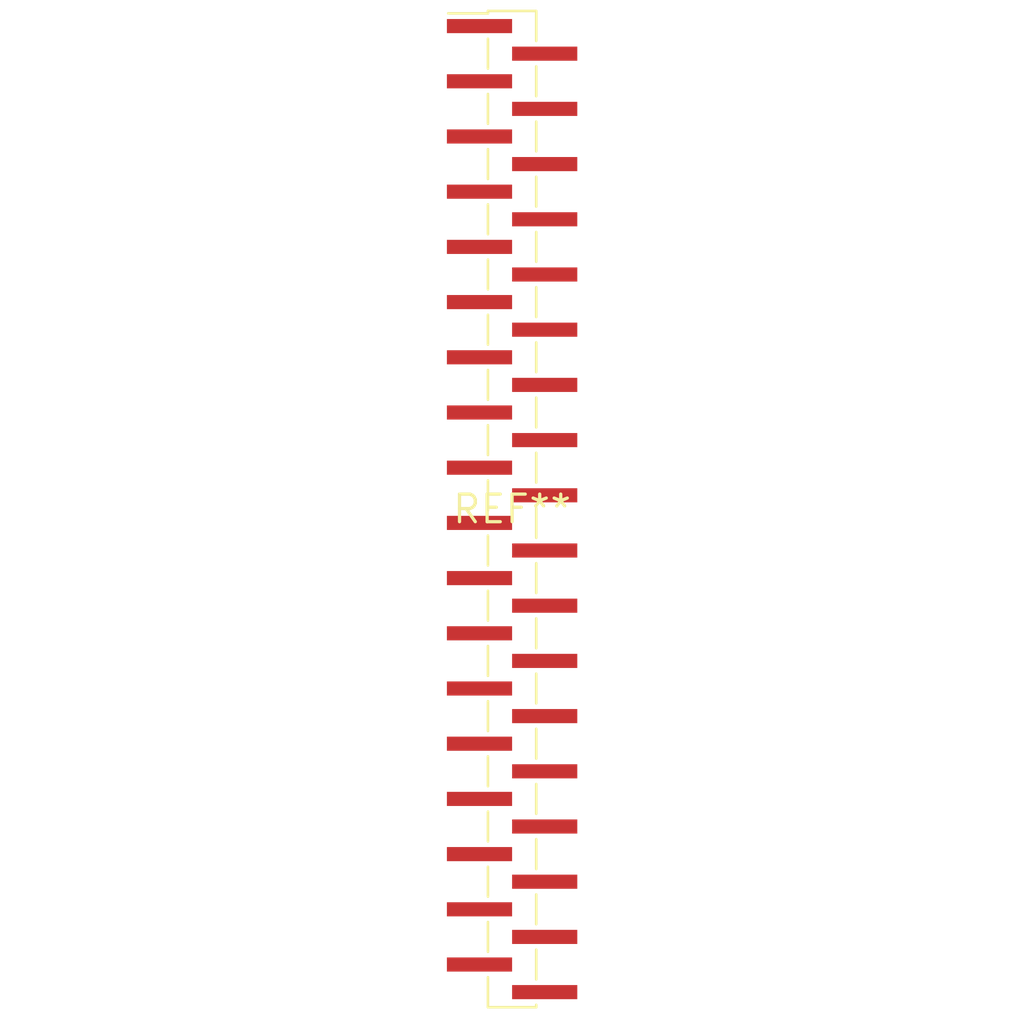
<source format=kicad_pcb>
(kicad_pcb (version 20240108) (generator pcbnew)
  (layers (0 "F.Cu" signal) (31 "B.Cu" signal) (34 "B.Paste" user) (35 "F.Paste" user) (36 "B.SilkS" user "B.Silkscreen") (37 "F.SilkS" user "F.Silkscreen") (38 "B.Mask" user) (39 "F.Mask" user) (44 "Edge.Cuts" user))
  (net 0 "")
  (footprint "PinHeader_1x36_P1.27mm_Vertical_SMD_Pin1Left" (layer "F.Cu") (at 0 0)
    (property "Reference" "REF**")
    (property "Value" "PinHeader_1x36_P1.27mm_Vertical_SMD_Pin1Left")
    (fp_line (start -1.11 -22.92) (end -1.11 -22.81) (layer "F.SilkS") (stroke (width 0.12)))
    (fp_line (start -1.11 -22.92) (end 1.11 -22.92) (layer "F.SilkS") (stroke (width 0.12)))
    (fp_line (start -1.11 -22.81) (end -2.94 -22.81) (layer "F.SilkS") (stroke (width 0.12)))
    (fp_line (start -1.11 -21.64) (end -1.11 -20.27) (layer "F.SilkS") (stroke (width 0.12)))
    (fp_line (start -1.11 -19.1) (end -1.11 -17.73) (layer "F.SilkS") (stroke (width 0.12)))
    (fp_line (start -1.11 -16.56) (end -1.11 -15.19) (layer "F.SilkS") (stroke (width 0.12)))
    (fp_line (start -1.11 -14.02) (end -1.11 -12.65) (layer "F.SilkS") (stroke (width 0.12)))
    (fp_line (start -1.11 -11.48) (end -1.11 -10.11) (layer "F.SilkS") (stroke (width 0.12)))
    (fp_line (start -1.11 -8.94) (end -1.11 -7.57) (layer "F.SilkS") (stroke (width 0.12)))
    (fp_line (start -1.11 -6.4) (end -1.11 -5.03) (layer "F.SilkS") (stroke (width 0.12)))
    (fp_line (start -1.11 -3.86) (end -1.11 -2.49) (layer "F.SilkS") (stroke (width 0.12)))
    (fp_line (start -1.11 -1.32) (end -1.11 0.05) (layer "F.SilkS") (stroke (width 0.12)))
    (fp_line (start -1.11 1.22) (end -1.11 2.59) (layer "F.SilkS") (stroke (width 0.12)))
    (fp_line (start -1.11 3.76) (end -1.11 5.13) (layer "F.SilkS") (stroke (width 0.12)))
    (fp_line (start -1.11 6.3) (end -1.11 7.67) (layer "F.SilkS") (stroke (width 0.12)))
    (fp_line (start -1.11 8.84) (end -1.11 10.21) (layer "F.SilkS") (stroke (width 0.12)))
    (fp_line (start -1.11 11.38) (end -1.11 12.75) (layer "F.SilkS") (stroke (width 0.12)))
    (fp_line (start -1.11 13.92) (end -1.11 15.29) (layer "F.SilkS") (stroke (width 0.12)))
    (fp_line (start -1.11 16.46) (end -1.11 17.83) (layer "F.SilkS") (stroke (width 0.12)))
    (fp_line (start -1.11 19) (end -1.11 20.37) (layer "F.SilkS") (stroke (width 0.12)))
    (fp_line (start -1.11 21.54) (end -1.11 22.91) (layer "F.SilkS") (stroke (width 0.12)))
    (fp_line (start -1.11 22.92) (end 1.11 22.92) (layer "F.SilkS") (stroke (width 0.12)))
    (fp_line (start 1.11 -22.91) (end 1.11 -21.54) (layer "F.SilkS") (stroke (width 0.12)))
    (fp_line (start 1.11 -20.37) (end 1.11 -19) (layer "F.SilkS") (stroke (width 0.12)))
    (fp_line (start 1.11 -17.83) (end 1.11 -16.46) (layer "F.SilkS") (stroke (width 0.12)))
    (fp_line (start 1.11 -15.29) (end 1.11 -13.92) (layer "F.SilkS") (stroke (width 0.12)))
    (fp_line (start 1.11 -12.75) (end 1.11 -11.38) (layer "F.SilkS") (stroke (width 0.12)))
    (fp_line (start 1.11 -10.21) (end 1.11 -8.84) (layer "F.SilkS") (stroke (width 0.12)))
    (fp_line (start 1.11 -7.67) (end 1.11 -6.3) (layer "F.SilkS") (stroke (width 0.12)))
    (fp_line (start 1.11 -5.13) (end 1.11 -3.76) (layer "F.SilkS") (stroke (width 0.12)))
    (fp_line (start 1.11 -2.59) (end 1.11 -1.22) (layer "F.SilkS") (stroke (width 0.12)))
    (fp_line (start 1.11 -0.05) (end 1.11 1.32) (layer "F.SilkS") (stroke (width 0.12)))
    (fp_line (start 1.11 2.49) (end 1.11 3.86) (layer "F.SilkS") (stroke (width 0.12)))
    (fp_line (start 1.11 5.03) (end 1.11 6.4) (layer "F.SilkS") (stroke (width 0.12)))
    (fp_line (start 1.11 7.57) (end 1.11 8.94) (layer "F.SilkS") (stroke (width 0.12)))
    (fp_line (start 1.11 10.11) (end 1.11 11.48) (layer "F.SilkS") (stroke (width 0.12)))
    (fp_line (start 1.11 12.65) (end 1.11 14.02) (layer "F.SilkS") (stroke (width 0.12)))
    (fp_line (start 1.11 15.19) (end 1.11 16.56) (layer "F.SilkS") (stroke (width 0.12)))
    (fp_line (start 1.11 17.73) (end 1.11 19.1) (layer "F.SilkS") (stroke (width 0.12)))
    (fp_line (start 1.11 20.27) (end 1.11 21.64) (layer "F.SilkS") (stroke (width 0.12)))
    (fp_line (start 1.11 22.81) (end 1.11 22.92) (layer "F.SilkS") (stroke (width 0.12)))
    (pad "1" smd rect (at -1.5 -22.225) (size 3 0.65) (layers "F.Cu" "F.Paste" "F.Mask"))
    (pad "2" smd rect (at 1.5 -20.955) (size 3 0.65) (layers "F.Cu" "F.Paste" "F.Mask"))
    (pad "3" smd rect (at -1.5 -19.685) (size 3 0.65) (layers "F.Cu" "F.Paste" "F.Mask"))
    (pad "4" smd rect (at 1.5 -18.415) (size 3 0.65) (layers "F.Cu" "F.Paste" "F.Mask"))
    (pad "5" smd rect (at -1.5 -17.145) (size 3 0.65) (layers "F.Cu" "F.Paste" "F.Mask"))
    (pad "6" smd rect (at 1.5 -15.875) (size 3 0.65) (layers "F.Cu" "F.Paste" "F.Mask"))
    (pad "7" smd rect (at -1.5 -14.605) (size 3 0.65) (layers "F.Cu" "F.Paste" "F.Mask"))
    (pad "8" smd rect (at 1.5 -13.335) (size 3 0.65) (layers "F.Cu" "F.Paste" "F.Mask"))
    (pad "9" smd rect (at -1.5 -12.065) (size 3 0.65) (layers "F.Cu" "F.Paste" "F.Mask"))
    (pad "10" smd rect (at 1.5 -10.795) (size 3 0.65) (layers "F.Cu" "F.Paste" "F.Mask"))
    (pad "11" smd rect (at -1.5 -9.525) (size 3 0.65) (layers "F.Cu" "F.Paste" "F.Mask"))
    (pad "12" smd rect (at 1.5 -8.255) (size 3 0.65) (layers "F.Cu" "F.Paste" "F.Mask"))
    (pad "13" smd rect (at -1.5 -6.985) (size 3 0.65) (layers "F.Cu" "F.Paste" "F.Mask"))
    (pad "14" smd rect (at 1.5 -5.715) (size 3 0.65) (layers "F.Cu" "F.Paste" "F.Mask"))
    (pad "15" smd rect (at -1.5 -4.445) (size 3 0.65) (layers "F.Cu" "F.Paste" "F.Mask"))
    (pad "16" smd rect (at 1.5 -3.175) (size 3 0.65) (layers "F.Cu" "F.Paste" "F.Mask"))
    (pad "17" smd rect (at -1.5 -1.905) (size 3 0.65) (layers "F.Cu" "F.Paste" "F.Mask"))
    (pad "18" smd rect (at 1.5 -0.635) (size 3 0.65) (layers "F.Cu" "F.Paste" "F.Mask"))
    (pad "19" smd rect (at -1.5 0.635) (size 3 0.65) (layers "F.Cu" "F.Paste" "F.Mask"))
    (pad "20" smd rect (at 1.5 1.905) (size 3 0.65) (layers "F.Cu" "F.Paste" "F.Mask"))
    (pad "21" smd rect (at -1.5 3.175) (size 3 0.65) (layers "F.Cu" "F.Paste" "F.Mask"))
    (pad "22" smd rect (at 1.5 4.445) (size 3 0.65) (layers "F.Cu" "F.Paste" "F.Mask"))
    (pad "23" smd rect (at -1.5 5.715) (size 3 0.65) (layers "F.Cu" "F.Paste" "F.Mask"))
    (pad "24" smd rect (at 1.5 6.985) (size 3 0.65) (layers "F.Cu" "F.Paste" "F.Mask"))
    (pad "25" smd rect (at -1.5 8.255) (size 3 0.65) (layers "F.Cu" "F.Paste" "F.Mask"))
    (pad "26" smd rect (at 1.5 9.525) (size 3 0.65) (layers "F.Cu" "F.Paste" "F.Mask"))
    (pad "27" smd rect (at -1.5 10.795) (size 3 0.65) (layers "F.Cu" "F.Paste" "F.Mask"))
    (pad "28" smd rect (at 1.5 12.065) (size 3 0.65) (layers "F.Cu" "F.Paste" "F.Mask"))
    (pad "29" smd rect (at -1.5 13.335) (size 3 0.65) (layers "F.Cu" "F.Paste" "F.Mask"))
    (pad "30" smd rect (at 1.5 14.605) (size 3 0.65) (layers "F.Cu" "F.Paste" "F.Mask"))
    (pad "31" smd rect (at -1.5 15.875) (size 3 0.65) (layers "F.Cu" "F.Paste" "F.Mask"))
    (pad "32" smd rect (at 1.5 17.145) (size 3 0.65) (layers "F.Cu" "F.Paste" "F.Mask"))
    (pad "33" smd rect (at -1.5 18.415) (size 3 0.65) (layers "F.Cu" "F.Paste" "F.Mask"))
    (pad "34" smd rect (at 1.5 19.685) (size 3 0.65) (layers "F.Cu" "F.Paste" "F.Mask"))
    (pad "35" smd rect (at -1.5 20.955) (size 3 0.65) (layers "F.Cu" "F.Paste" "F.Mask"))
    (pad "36" smd rect (at 1.5 22.225) (size 3 0.65) (layers "F.Cu" "F.Paste" "F.Mask"))
  )
)
</source>
